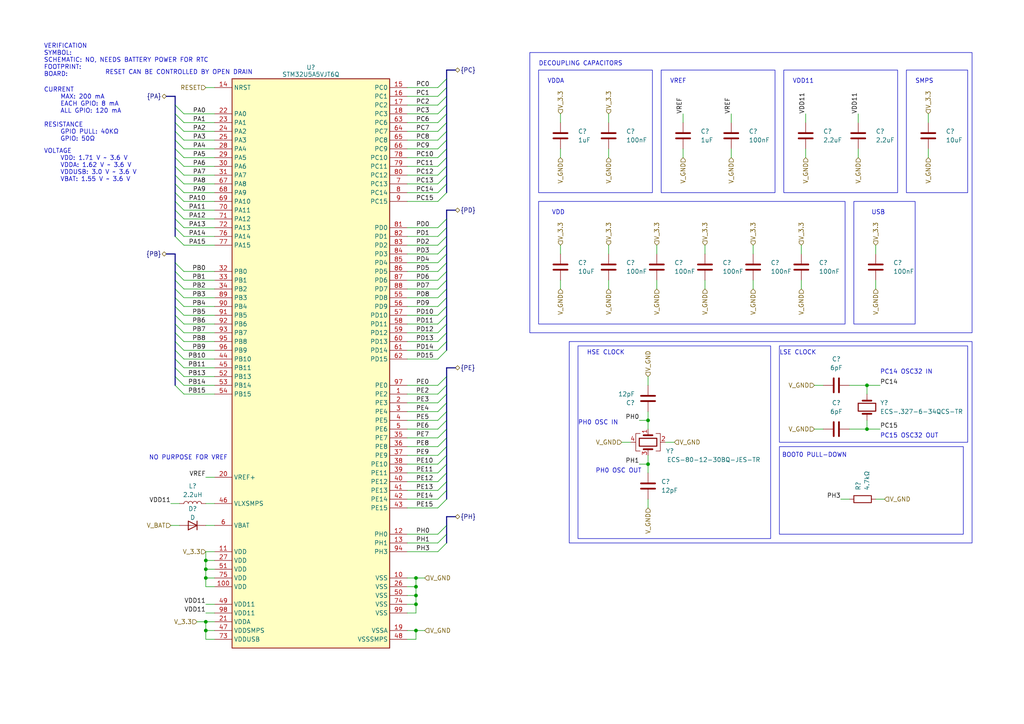
<source format=kicad_sch>
(kicad_sch (version 20231120) (generator "eeschema") (generator_version "8.0")
  (paper "A4")
  (lib_symbols
    (symbol "CUBESAT:STM32U5A5VJT6Q"
      (property "Reference" "U" (at 0 85.852 0))
      (property "Value" "STM32U5A5VJT6Q" (at 0 83.82 0))
      (symbol "STM32U5A5VJT6Q_0_1"
        (rectangle (start -22.86 82.55) (end 22.86 -82.55) (stroke (width 0.254)) (fill (type background)))
      )
      (symbol "STM32U5A5VJT6Q_1_1"
        (pin bidirectional line (at 27.94 -8.89 180) (length 5.08) (name "PE2") (number "1"))
        (pin power_in line (at 27.94 -62.23 180) (length 5.08) (name "VSS") (number "10"))
        (pin power_in line (at -27.94 -64.77 0) (length 5.08) (name "VDD") (number "100"))
        (pin power_in line (at -27.94 -54.61 0) (length 5.08) (name "VDD") (number "11"))
        (pin bidirectional line (at 27.94 -49.53 180) (length 5.08) (name "PH0") (number "12"))
        (pin bidirectional line (at 27.94 -52.07 180) (length 5.08) (name "PH1") (number "13"))
        (pin input line (at -27.94 80.01 0) (length 5.08) (name "NRST") (number "14"))
        (pin bidirectional line (at 27.94 80.01 180) (length 5.08) (name "PC0") (number "15"))
        (pin bidirectional line (at 27.94 77.47 180) (length 5.08) (name "PC1") (number "16"))
        (pin bidirectional line (at 27.94 74.93 180) (length 5.08) (name "PC2") (number "17"))
        (pin bidirectional line (at 27.94 72.39 180) (length 5.08) (name "PC3") (number "18"))
        (pin power_in line (at 27.94 -77.47 180) (length 5.08) (name "VSSA") (number "19"))
        (pin bidirectional line (at 27.94 -11.43 180) (length 5.08) (name "PE3") (number "2"))
        (pin input line (at -27.94 -33.02 0) (length 5.08) (name "VREF+") (number "20"))
        (pin power_in line (at -27.94 -74.93 0) (length 5.08) (name "VDDA") (number "21"))
        (pin bidirectional line (at -27.94 72.39 0) (length 5.08) (name "PA0") (number "22"))
        (pin bidirectional line (at -27.94 69.85 0) (length 5.08) (name "PA1") (number "23"))
        (pin bidirectional line (at -27.94 67.31 0) (length 5.08) (name "PA2") (number "24"))
        (pin bidirectional line (at -27.94 64.77 0) (length 5.08) (name "PA3") (number "25"))
        (pin power_in line (at 27.94 -64.77 180) (length 5.08) (name "VSS") (number "26"))
        (pin power_in line (at -27.94 -57.15 0) (length 5.08) (name "VDD") (number "27"))
        (pin bidirectional line (at -27.94 62.23 0) (length 5.08) (name "PA4") (number "28"))
        (pin bidirectional line (at -27.94 59.69 0) (length 5.08) (name "PA5") (number "29"))
        (pin bidirectional line (at 27.94 -13.97 180) (length 5.08) (name "PE4") (number "3"))
        (pin bidirectional line (at -27.94 57.15 0) (length 5.08) (name "PA6") (number "30"))
        (pin bidirectional line (at -27.94 54.61 0) (length 5.08) (name "PA7") (number "31"))
        (pin bidirectional line (at -27.94 26.67 0) (length 5.08) (name "PB0") (number "32"))
        (pin bidirectional line (at -27.94 24.13 0) (length 5.08) (name "PB1") (number "33"))
        (pin bidirectional line (at -27.94 21.59 0) (length 5.08) (name "PB2") (number "34"))
        (pin bidirectional line (at 27.94 -21.59 180) (length 5.08) (name "PE7") (number "35"))
        (pin bidirectional line (at 27.94 -24.13 180) (length 5.08) (name "PE8") (number "36"))
        (pin bidirectional line (at 27.94 -26.67 180) (length 5.08) (name "PE9") (number "37"))
        (pin bidirectional line (at 27.94 -29.21 180) (length 5.08) (name "PE10") (number "38"))
        (pin bidirectional line (at 27.94 -31.75 180) (length 5.08) (name "PE11") (number "39"))
        (pin bidirectional line (at 27.94 -16.51 180) (length 5.08) (name "PE5") (number "4"))
        (pin bidirectional line (at 27.94 -34.29 180) (length 5.08) (name "PE12") (number "40"))
        (pin bidirectional line (at 27.94 -36.83 180) (length 5.08) (name "PE13") (number "41"))
        (pin bidirectional line (at 27.94 -39.37 180) (length 5.08) (name "PE14") (number "42"))
        (pin bidirectional line (at 27.94 -41.91 180) (length 5.08) (name "PE15") (number "43"))
        (pin bidirectional line (at -27.94 1.27 0) (length 5.08) (name "PB10") (number "44"))
        (pin bidirectional line (at -27.94 -1.27 0) (length 5.08) (name "PB11") (number "45"))
        (pin power_in line (at -27.94 -40.64 0) (length 5.08) (name "VLXSMPS") (number "46"))
        (pin power_in line (at -27.94 -77.47 0) (length 5.08) (name "VDDSMPS") (number "47"))
        (pin power_in line (at 27.94 -80.01 180) (length 5.08) (name "VSSSMPS") (number "48"))
        (pin power_in line (at -27.94 -69.85 0) (length 5.08) (name "VDD11") (number "49"))
        (pin bidirectional line (at 27.94 -19.05 180) (length 5.08) (name "PE6") (number "5"))
        (pin power_in line (at 27.94 -67.31 180) (length 5.08) (name "VSS") (number "50"))
        (pin power_in line (at -27.94 -59.69 0) (length 5.08) (name "VDD") (number "51"))
        (pin bidirectional line (at -27.94 -3.81 0) (length 5.08) (name "PB13") (number "52"))
        (pin bidirectional line (at -27.94 -6.35 0) (length 5.08) (name "PB14") (number "53"))
        (pin bidirectional line (at -27.94 -8.89 0) (length 5.08) (name "PB15") (number "54"))
        (pin bidirectional line (at 27.94 19.05 180) (length 5.08) (name "PD8") (number "55"))
        (pin bidirectional line (at 27.94 16.51 180) (length 5.08) (name "PD9") (number "56"))
        (pin bidirectional line (at 27.94 13.97 180) (length 5.08) (name "PD10") (number "57"))
        (pin bidirectional line (at 27.94 11.43 180) (length 5.08) (name "PD11") (number "58"))
        (pin bidirectional line (at 27.94 8.89 180) (length 5.08) (name "PD12") (number "59"))
        (pin power_in line (at -27.94 -46.99 0) (length 5.08) (name "VBAT") (number "6"))
        (pin bidirectional line (at 27.94 6.35 180) (length 5.08) (name "PD13") (number "60"))
        (pin bidirectional line (at 27.94 3.81 180) (length 5.08) (name "PD14") (number "61"))
        (pin bidirectional line (at 27.94 1.27 180) (length 5.08) (name "PD15") (number "62"))
        (pin bidirectional line (at 27.94 69.85 180) (length 5.08) (name "PC6") (number "63"))
        (pin bidirectional line (at 27.94 67.31 180) (length 5.08) (name "PC7") (number "64"))
        (pin bidirectional line (at 27.94 64.77 180) (length 5.08) (name "PC8") (number "65"))
        (pin bidirectional line (at 27.94 62.23 180) (length 5.08) (name "PC9") (number "66"))
        (pin bidirectional line (at -27.94 52.07 0) (length 5.08) (name "PA8") (number "67"))
        (pin bidirectional line (at -27.94 49.53 0) (length 5.08) (name "PA9") (number "68"))
        (pin bidirectional line (at -27.94 46.99 0) (length 5.08) (name "PA10") (number "69"))
        (pin bidirectional line (at 27.94 52.07 180) (length 5.08) (name "PC13") (number "7"))
        (pin bidirectional line (at -27.94 44.45 0) (length 5.08) (name "PA11") (number "70"))
        (pin bidirectional line (at -27.94 41.91 0) (length 5.08) (name "PA12") (number "71"))
        (pin bidirectional line (at -27.94 39.37 0) (length 5.08) (name "PA13") (number "72"))
        (pin power_in line (at -27.94 -80.01 0) (length 5.08) (name "VDDUSB") (number "73"))
        (pin power_in line (at 27.94 -69.85 180) (length 5.08) (name "VSS") (number "74"))
        (pin power_in line (at -27.94 -62.23 0) (length 5.08) (name "VDD") (number "75"))
        (pin bidirectional line (at -27.94 36.83 0) (length 5.08) (name "PA14") (number "76"))
        (pin bidirectional line (at -27.94 34.29 0) (length 5.08) (name "PA15") (number "77"))
        (pin bidirectional line (at 27.94 59.69 180) (length 5.08) (name "PC10") (number "78"))
        (pin bidirectional line (at 27.94 57.15 180) (length 5.08) (name "PC11") (number "79"))
        (pin bidirectional line (at 27.94 49.53 180) (length 5.08) (name "PC14") (number "8"))
        (pin bidirectional line (at 27.94 54.61 180) (length 5.08) (name "PC12") (number "80"))
        (pin bidirectional line (at 27.94 39.37 180) (length 5.08) (name "PD0") (number "81"))
        (pin bidirectional line (at 27.94 36.83 180) (length 5.08) (name "PD1") (number "82"))
        (pin bidirectional line (at 27.94 34.29 180) (length 5.08) (name "PD2") (number "83"))
        (pin bidirectional line (at 27.94 31.75 180) (length 5.08) (name "PD3") (number "84"))
        (pin bidirectional line (at 27.94 29.21 180) (length 5.08) (name "PD4") (number "85"))
        (pin bidirectional line (at 27.94 26.67 180) (length 5.08) (name "PD5") (number "86"))
        (pin bidirectional line (at 27.94 24.13 180) (length 5.08) (name "PD6") (number "87"))
        (pin bidirectional line (at 27.94 21.59 180) (length 5.08) (name "PD7") (number "88"))
        (pin bidirectional line (at -27.94 19.05 0) (length 5.08) (name "PB3") (number "89"))
        (pin bidirectional line (at 27.94 46.99 180) (length 5.08) (name "PC15") (number "9"))
        (pin bidirectional line (at -27.94 16.51 0) (length 5.08) (name "PB4") (number "90"))
        (pin bidirectional line (at -27.94 13.97 0) (length 5.08) (name "PB5") (number "91"))
        (pin bidirectional line (at -27.94 11.43 0) (length 5.08) (name "PB6") (number "92"))
        (pin bidirectional line (at -27.94 8.89 0) (length 5.08) (name "PB7") (number "93"))
        (pin bidirectional line (at 27.94 -54.61 180) (length 5.08) (name "PH3") (number "94"))
        (pin bidirectional line (at -27.94 6.35 0) (length 5.08) (name "PB8") (number "95"))
        (pin bidirectional line (at -27.94 3.81 0) (length 5.08) (name "PB9") (number "96"))
        (pin bidirectional line (at 27.94 -6.35 180) (length 5.08) (name "PE0") (number "97"))
        (pin power_in line (at -27.94 -72.39 0) (length 5.08) (name "VDD11") (number "98"))
        (pin power_in line (at 27.94 -72.39 180) (length 5.08) (name "VSS") (number "99"))
      )
    )
    (symbol "Device:C" (pin_numbers hide) (pin_names (offset 0.254))
      (property "Reference" "C" (at 0.635 2.54 0))
      (property "Value" "C" (at 0.635 -2.54 0))
      (symbol "C_0_1"
        (polyline (pts (xy -2.032 -0.762) (xy 2.032 -0.762)) (stroke (width 0.508)))
        (polyline (pts (xy -2.032 0.762) (xy 2.032 0.762)) (stroke (width 0.508)))
      )
      (symbol "C_1_1"
        (pin passive line (at 0 3.81 270) (length 2.794) (name "~") (number "1"))
        (pin passive line (at 0 -3.81 90) (length 2.794) (name "~") (number "2"))
      )
    )
    (symbol "Device:Crystal" (pin_numbers hide) (pin_names (offset 1.016) hide)
      (property "Reference" "Y" (at 0 3.81 0))
      (property "Value" "Crystal" (at 0 -3.81 0))
      (symbol "Crystal_0_1"
        (rectangle (start -1.143 2.54) (end 1.143 -2.54) (stroke (width 0.3048)))
        (polyline (pts (xy -2.54 0) (xy -1.905 0)))
        (polyline (pts (xy -1.905 -1.27) (xy -1.905 1.27)) (stroke (width 0.508)))
        (polyline (pts (xy 1.905 -1.27) (xy 1.905 1.27)) (stroke (width 0.508)))
        (polyline (pts (xy 2.54 0) (xy 1.905 0)))
      )
      (symbol "Crystal_1_1"
        (pin passive line (at -3.81 0 0) (length 1.27) (name "1") (number "1"))
        (pin passive line (at 3.81 0 180) (length 1.27) (name "2") (number "2"))
      )
    )
    (symbol "Device:Crystal_GND24" (pin_names (offset 1.016) hide)
      (property "Reference" "Y" (at 3.175 5.08 0))
      (property "Value" "Crystal_GND24" (at 3.175 3.175 0))
      (symbol "Crystal_GND24_0_1"
        (rectangle (start -1.143 2.54) (end 1.143 -2.54) (stroke (width 0.3048)))
        (polyline (pts (xy -2.54 0) (xy -2.032 0)))
        (polyline (pts (xy -2.032 -1.27) (xy -2.032 1.27)) (stroke (width 0.508)))
        (polyline (pts (xy 0 -3.81) (xy 0 -3.556)))
        (polyline (pts (xy 0 3.556) (xy 0 3.81)))
        (polyline (pts (xy 2.032 -1.27) (xy 2.032 1.27)) (stroke (width 0.508)))
        (polyline (pts (xy 2.032 0) (xy 2.54 0)))
        (polyline (pts (xy -2.54 -2.286) (xy -2.54 -3.556) (xy 2.54 -3.556) (xy 2.54 -2.286)))
        (polyline (pts (xy -2.54 2.286) (xy -2.54 3.556) (xy 2.54 3.556) (xy 2.54 2.286)))
      )
      (symbol "Crystal_GND24_1_1"
        (pin passive line (at -3.81 0 0) (length 1.27) (name "1") (number "1"))
        (pin passive line (at 0 5.08 270) (length 1.27) (name "2") (number "2"))
        (pin passive line (at 3.81 0 180) (length 1.27) (name "3") (number "3"))
        (pin passive line (at 0 -5.08 90) (length 1.27) (name "4") (number "4"))
      )
    )
    (symbol "Device:D" (pin_numbers hide) (pin_names (offset 1.016) hide)
      (property "Reference" "D" (at 0 2.54 0))
      (property "Value" "D" (at 0 -2.54 0))
      (symbol "D_0_1"
        (polyline (pts (xy -1.27 1.27) (xy -1.27 -1.27)) (stroke (width 0.254)))
        (polyline (pts (xy 1.27 0) (xy -1.27 0)))
        (polyline (pts (xy 1.27 1.27) (xy 1.27 -1.27) (xy -1.27 0) (xy 1.27 1.27)) (stroke (width 0.254)))
      )
      (symbol "D_1_1"
        (pin passive line (at -3.81 0 0) (length 2.54) (name "K") (number "1"))
        (pin passive line (at 3.81 0 180) (length 2.54) (name "A") (number "2"))
      )
    )
    (symbol "Device:L" (pin_numbers hide) (pin_names (offset 1.016) hide)
      (property "Reference" "L" (at -1.27 0 90))
      (property "Value" "L" (at 1.905 0 90))
      (symbol "L_0_1"
        (arc (start 0 -2.54) (mid 0.6323 -1.905) (end 0 -1.27))
        (arc (start 0 -1.27) (mid 0.6323 -0.635) (end 0 0))
        (arc (start 0 0) (mid 0.6323 0.635) (end 0 1.27))
        (arc (start 0 1.27) (mid 0.6323 1.905) (end 0 2.54))
      )
      (symbol "L_1_1"
        (pin passive line (at 0 3.81 270) (length 1.27) (name "1") (number "1"))
        (pin passive line (at 0 -3.81 90) (length 1.27) (name "2") (number "2"))
      )
    )
    (symbol "Device:R" (pin_numbers hide) (pin_names (offset 0))
      (property "Reference" "R" (at 2.032 0 90))
      (property "Value" "R" (at 0 0 90))
      (symbol "R_0_1"
        (rectangle (start -1.016 -2.54) (end 1.016 2.54) (stroke (width 0.254)))
      )
      (symbol "R_1_1"
        (pin passive line (at 0 3.81 270) (length 1.27) (name "~") (number "1"))
        (pin passive line (at 0 -3.81 90) (length 1.27) (name "~") (number "2"))
      )
    )
  )
  (bus_alias "PA" (members "0" "1" "2" "3" "PA4" "PA5" "PA6" "PA7" "PA8" "PA9" "PA10" "PA11" "PA12" "PA13" "PA14" "PA15"))
  (bus_alias "PB" (members "PB0" "PB1" "PB2" "PB3" "PB4" "PB5" "PB6" "PB7" "PB8" "PB9" "PB10" "PB11" "PB13" "PB14" "PB15"))
  (bus_alias "PC" (members "PC0" "PC1" "PC2" "PC3" "PC6" "PC7" "PC8" "PC9" "PC10" "PC11" "PC12" "PC13" "PC14" "PC15"))
  (bus_alias "PD" (members "PD0" "PD1" "PD2" "PD3" "PD4" "PD5" "PD6" "PD7" "PD8" "PD9" "PD10" "PD11" "PD12" "PD13" "PD14" "PD15"))
  (bus_alias "PE" (members "PE0" "PE2" "PE3" "PE4" "PE5" "PE6" "PE7" "PE8" "PE9" "PE10" "PE11" "PE12" "PE13" "PE14" "PE15"))
  (bus_alias "PH" (members "PH0" "PH1" "PH3"))
  (junction (at 187.96 134.62))
  (junction (at 251.46 124.46))
  (junction (at 120.65 175.26))
  (junction (at 120.65 167.64))
  (junction (at 251.46 111.76))
  (junction (at 59.69 165.1))
  (junction (at 120.65 170.18))
  (junction (at 120.65 172.72))
  (junction (at 187.96 121.92))
  (junction (at 120.65 182.88))
  (junction (at 59.69 167.64))
  (junction (at 59.69 162.56))
  (junction (at 59.69 180.34))
  (junction (at 59.69 182.88))
  (bus_entry (at 53.34 66.04) (size -2.54 -2.54))
  (bus_entry (at 50.8 111.76) (size 2.54 2.54))
  (bus_entry (at 129.54 88.9) (size -2.54 2.54))
  (bus_entry (at 129.54 93.98) (size -2.54 2.54))
  (bus_entry (at 127 154.94) (size 2.54 -2.54))
  (bus_entry (at 50.8 104.14) (size 2.54 2.54))
  (bus_entry (at 50.8 99.06) (size 2.54 2.54))
  (bus_entry (at 127 45.72) (size 2.54 -2.54))
  (bus_entry (at 129.54 114.3) (size -2.54 2.54))
  (bus_entry (at 129.54 101.6) (size -2.54 2.54))
  (bus_entry (at 129.54 144.78) (size -2.54 2.54))
  (bus_entry (at 129.54 139.7) (size -2.54 2.54))
  (bus_entry (at 127 35.56) (size 2.54 -2.54))
  (bus_entry (at 129.54 121.92) (size -2.54 2.54))
  (bus_entry (at 127 43.18) (size 2.54 -2.54))
  (bus_entry (at 50.8 78.74) (size 2.54 2.54))
  (bus_entry (at 53.34 68.58) (size -2.54 -2.54))
  (bus_entry (at 53.34 38.1) (size -2.54 -2.54))
  (bus_entry (at 53.34 58.42) (size -2.54 -2.54))
  (bus_entry (at 129.54 73.66) (size -2.54 2.54))
  (bus_entry (at 129.54 119.38) (size -2.54 2.54))
  (bus_entry (at 129.54 68.58) (size -2.54 2.54))
  (bus_entry (at 127 25.4) (size 2.54 -2.54))
  (bus_entry (at 53.34 45.72) (size -2.54 -2.54))
  (bus_entry (at 129.54 134.62) (size -2.54 2.54))
  (bus_entry (at 129.54 132.08) (size -2.54 2.54))
  (bus_entry (at 127 55.88) (size 2.54 -2.54))
  (bus_entry (at 127 33.02) (size 2.54 -2.54))
  (bus_entry (at 129.54 71.12) (size -2.54 2.54))
  (bus_entry (at 127 27.94) (size 2.54 -2.54))
  (bus_entry (at 127 38.1) (size 2.54 -2.54))
  (bus_entry (at 50.8 96.52) (size 2.54 2.54))
  (bus_entry (at 129.54 124.46) (size -2.54 2.54))
  (bus_entry (at 127 50.8) (size 2.54 -2.54))
  (bus_entry (at 53.34 63.5) (size -2.54 -2.54))
  (bus_entry (at 127 160.02) (size 2.54 -2.54))
  (bus_entry (at 50.8 106.68) (size 2.54 2.54))
  (bus_entry (at 129.54 137.16) (size -2.54 2.54))
  (bus_entry (at 53.34 40.64) (size -2.54 -2.54))
  (bus_entry (at 127 30.48) (size 2.54 -2.54))
  (bus_entry (at 53.34 43.18) (size -2.54 -2.54))
  (bus_entry (at 129.54 96.52) (size -2.54 2.54))
  (bus_entry (at 53.34 71.12) (size -2.54 -2.54))
  (bus_entry (at 50.8 83.82) (size 2.54 2.54))
  (bus_entry (at 53.34 60.96) (size -2.54 -2.54))
  (bus_entry (at 129.54 66.04) (size -2.54 2.54))
  (bus_entry (at 129.54 109.22) (size -2.54 2.54))
  (bus_entry (at 53.34 50.8) (size -2.54 -2.54))
  (bus_entry (at 53.34 35.56) (size -2.54 -2.54))
  (bus_entry (at 53.34 48.26) (size -2.54 -2.54))
  (bus_entry (at 50.8 91.44) (size 2.54 2.54))
  (bus_entry (at 129.54 83.82) (size -2.54 2.54))
  (bus_entry (at 129.54 78.74) (size -2.54 2.54))
  (bus_entry (at 53.34 33.02) (size -2.54 -2.54))
  (bus_entry (at 127 58.42) (size 2.54 -2.54))
  (bus_entry (at 50.8 93.98) (size 2.54 2.54))
  (bus_entry (at 129.54 91.44) (size -2.54 2.54))
  (bus_entry (at 50.8 109.22) (size 2.54 2.54))
  (bus_entry (at 50.8 76.2) (size 2.54 2.54))
  (bus_entry (at 129.54 116.84) (size -2.54 2.54))
  (bus_entry (at 129.54 127) (size -2.54 2.54))
  (bus_entry (at 129.54 111.76) (size -2.54 2.54))
  (bus_entry (at 127 48.26) (size 2.54 -2.54))
  (bus_entry (at 53.34 53.34) (size -2.54 -2.54))
  (bus_entry (at 53.34 55.88) (size -2.54 -2.54))
  (bus_entry (at 129.54 76.2) (size -2.54 2.54))
  (bus_entry (at 50.8 81.28) (size 2.54 2.54))
  (bus_entry (at 50.8 88.9) (size 2.54 2.54))
  (bus_entry (at 127 40.64) (size 2.54 -2.54))
  (bus_entry (at 129.54 99.06) (size -2.54 2.54))
  (bus_entry (at 129.54 86.36) (size -2.54 2.54))
  (bus_entry (at 50.8 101.6) (size 2.54 2.54))
  (bus_entry (at 129.54 81.28) (size -2.54 2.54))
  (bus_entry (at 129.54 142.24) (size -2.54 2.54))
  (bus_entry (at 50.8 86.36) (size 2.54 2.54))
  (bus_entry (at 127 157.48) (size 2.54 -2.54))
  (bus_entry (at 129.54 129.54) (size -2.54 2.54))
  (bus_entry (at 129.54 63.5) (size -2.54 2.54))
  (bus_entry (at 127 53.34) (size 2.54 -2.54))
  (wire (pts (xy 59.69 185.42) (xy 62.23 185.42)))
  (wire (pts (xy 118.11 114.3) (xy 127 114.3)))
  (wire (pts (xy 254 71.12) (xy 254 73.66)))
  (wire (pts (xy 238.76 111.76) (xy 236.22 111.76)))
  (bus (pts (xy 129.54 53.34) (xy 129.54 55.88)))
  (bus (pts (xy 129.54 33.02) (xy 129.54 35.56)))
  (wire (pts (xy 176.53 73.66) (xy 176.53 71.12)))
  (bus (pts (xy 129.54 154.94) (xy 129.54 152.4)))
  (wire (pts (xy 162.56 35.56) (xy 162.56 33.02)))
  (bus (pts (xy 129.54 71.12) (xy 129.54 73.66)))
  (bus (pts (xy 129.54 83.82) (xy 129.54 86.36)))
  (wire (pts (xy 246.38 111.76) (xy 251.46 111.76)))
  (bus (pts (xy 129.54 25.4) (xy 129.54 27.94)))
  (bus (pts (xy 129.54 63.5) (xy 129.54 66.04)))
  (wire (pts (xy 53.34 106.68) (xy 62.23 106.68)))
  (bus (pts (xy 129.54 139.7) (xy 129.54 142.24)))
  (wire (pts (xy 53.34 86.36) (xy 62.23 86.36)))
  (wire (pts (xy 53.34 78.74) (xy 62.23 78.74)))
  (wire (pts (xy 176.53 83.82) (xy 176.53 81.28)))
  (wire (pts (xy 59.69 180.34) (xy 59.69 182.88)))
  (bus (pts (xy 50.8 50.8) (xy 50.8 53.34)))
  (bus (pts (xy 50.8 33.02) (xy 50.8 35.56)))
  (bus (pts (xy 50.8 96.52) (xy 50.8 99.06)))
  (wire (pts (xy 127 53.34) (xy 118.11 53.34)))
  (wire (pts (xy 120.65 182.88) (xy 123.19 182.88)))
  (wire (pts (xy 187.96 144.78) (xy 187.96 147.32)))
  (wire (pts (xy 62.23 170.18) (xy 59.69 170.18)))
  (wire (pts (xy 185.42 121.92) (xy 187.96 121.92)))
  (wire (pts (xy 118.11 121.92) (xy 127 121.92)))
  (wire (pts (xy 53.34 101.6) (xy 62.23 101.6)))
  (wire (pts (xy 248.92 45.72) (xy 248.92 43.18)))
  (wire (pts (xy 185.42 134.62) (xy 187.96 134.62)))
  (wire (pts (xy 190.5 73.66) (xy 190.5 71.12)))
  (wire (pts (xy 53.34 114.3) (xy 62.23 114.3)))
  (bus (pts (xy 129.54 96.52) (xy 129.54 99.06)))
  (wire (pts (xy 53.34 63.5) (xy 62.23 63.5)))
  (wire (pts (xy 118.11 68.58) (xy 127 68.58)))
  (wire (pts (xy 251.46 114.3) (xy 251.46 111.76)))
  (wire (pts (xy 118.11 71.12) (xy 127 71.12)))
  (wire (pts (xy 118.11 129.54) (xy 127 129.54)))
  (wire (pts (xy 118.11 76.2) (xy 127 76.2)))
  (wire (pts (xy 127 33.02) (xy 118.11 33.02)))
  (wire (pts (xy 182.88 128.27) (xy 180.34 128.27)))
  (wire (pts (xy 59.69 165.1) (xy 59.69 167.64)))
  (bus (pts (xy 132.08 20.32) (xy 129.54 20.32)))
  (bus (pts (xy 50.8 91.44) (xy 50.8 93.98)))
  (wire (pts (xy 251.46 124.46) (xy 255.27 124.46)))
  (wire (pts (xy 187.96 121.92) (xy 187.96 124.46)))
  (wire (pts (xy 118.11 124.46) (xy 127 124.46)))
  (bus (pts (xy 129.54 91.44) (xy 129.54 93.98)))
  (wire (pts (xy 118.11 93.98) (xy 127 93.98)))
  (wire (pts (xy 53.34 104.14) (xy 62.23 104.14)))
  (wire (pts (xy 62.23 167.64) (xy 59.69 167.64)))
  (wire (pts (xy 212.09 45.72) (xy 212.09 43.18)))
  (wire (pts (xy 62.23 182.88) (xy 59.69 182.88)))
  (wire (pts (xy 118.11 147.32) (xy 127 147.32)))
  (wire (pts (xy 233.68 35.56) (xy 233.68 33.02)))
  (wire (pts (xy 127 55.88) (xy 118.11 55.88)))
  (wire (pts (xy 59.69 177.8) (xy 62.23 177.8)))
  (wire (pts (xy 127 58.42) (xy 118.11 58.42)))
  (wire (pts (xy 53.34 68.58) (xy 62.23 68.58)))
  (bus (pts (xy 129.54 66.04) (xy 129.54 68.58)))
  (wire (pts (xy 162.56 73.66) (xy 162.56 71.12)))
  (wire (pts (xy 256.54 144.78) (xy 254 144.78)))
  (wire (pts (xy 53.34 48.26) (xy 62.23 48.26)))
  (bus (pts (xy 50.8 109.22) (xy 50.8 111.76)))
  (wire (pts (xy 118.11 88.9) (xy 127 88.9)))
  (wire (pts (xy 53.34 81.28) (xy 62.23 81.28)))
  (wire (pts (xy 254 81.28) (xy 254 83.82)))
  (bus (pts (xy 129.54 88.9) (xy 129.54 91.44)))
  (wire (pts (xy 120.65 170.18) (xy 118.11 170.18)))
  (wire (pts (xy 53.34 83.82) (xy 62.23 83.82)))
  (bus (pts (xy 129.54 60.96) (xy 129.54 63.5)))
  (bus (pts (xy 50.8 76.2) (xy 50.8 78.74)))
  (wire (pts (xy 118.11 182.88) (xy 120.65 182.88)))
  (wire (pts (xy 120.65 177.8) (xy 120.65 175.26)))
  (wire (pts (xy 53.34 40.64) (xy 62.23 40.64)))
  (bus (pts (xy 129.54 152.4) (xy 129.54 149.86)))
  (wire (pts (xy 176.53 35.56) (xy 176.53 33.02)))
  (bus (pts (xy 129.54 60.96) (xy 132.08 60.96)))
  (wire (pts (xy 118.11 99.06) (xy 127 99.06)))
  (bus (pts (xy 129.54 99.06) (xy 129.54 101.6)))
  (bus (pts (xy 129.54 40.64) (xy 129.54 43.18)))
  (bus (pts (xy 50.8 73.66) (xy 50.8 76.2)))
  (wire (pts (xy 118.11 177.8) (xy 120.65 177.8)))
  (bus (pts (xy 129.54 116.84) (xy 129.54 119.38)))
  (wire (pts (xy 127 25.4) (xy 118.11 25.4)))
  (bus (pts (xy 50.8 30.48) (xy 50.8 27.94)))
  (bus (pts (xy 129.54 38.1) (xy 129.54 40.64)))
  (wire (pts (xy 53.34 45.72) (xy 62.23 45.72)))
  (bus (pts (xy 50.8 53.34) (xy 50.8 55.88)))
  (wire (pts (xy 59.69 162.56) (xy 59.69 165.1)))
  (wire (pts (xy 53.34 96.52) (xy 62.23 96.52)))
  (wire (pts (xy 176.53 45.72) (xy 176.53 43.18)))
  (wire (pts (xy 118.11 66.04) (xy 127 66.04)))
  (wire (pts (xy 198.12 35.56) (xy 198.12 33.02)))
  (bus (pts (xy 129.54 129.54) (xy 129.54 132.08)))
  (bus (pts (xy 129.54 142.24) (xy 129.54 144.78)))
  (wire (pts (xy 238.76 124.46) (xy 236.22 124.46)))
  (bus (pts (xy 50.8 63.5) (xy 50.8 66.04)))
  (bus (pts (xy 50.8 35.56) (xy 50.8 38.1)))
  (wire (pts (xy 118.11 81.28) (xy 127 81.28)))
  (wire (pts (xy 53.34 60.96) (xy 62.23 60.96)))
  (bus (pts (xy 50.8 104.14) (xy 50.8 106.68)))
  (bus (pts (xy 129.54 81.28) (xy 129.54 83.82)))
  (bus (pts (xy 50.8 78.74) (xy 50.8 81.28)))
  (wire (pts (xy 120.65 185.42) (xy 118.11 185.42)))
  (wire (pts (xy 251.46 111.76) (xy 255.27 111.76)))
  (bus (pts (xy 129.54 73.66) (xy 129.54 76.2)))
  (bus (pts (xy 129.54 50.8) (xy 129.54 53.34)))
  (bus (pts (xy 129.54 106.68) (xy 129.54 109.22)))
  (bus (pts (xy 129.54 134.62) (xy 129.54 137.16)))
  (wire (pts (xy 118.11 96.52) (xy 127 96.52)))
  (wire (pts (xy 127 38.1) (xy 118.11 38.1)))
  (wire (pts (xy 187.96 132.08) (xy 187.96 134.62)))
  (wire (pts (xy 53.34 55.88) (xy 62.23 55.88)))
  (wire (pts (xy 53.34 91.44) (xy 62.23 91.44)))
  (bus (pts (xy 129.54 124.46) (xy 129.54 127)))
  (bus (pts (xy 129.54 22.86) (xy 129.54 25.4)))
  (wire (pts (xy 190.5 83.82) (xy 190.5 81.28)))
  (wire (pts (xy 204.47 73.66) (xy 204.47 71.12)))
  (wire (pts (xy 127 45.72) (xy 118.11 45.72)))
  (wire (pts (xy 118.11 132.08) (xy 127 132.08)))
  (wire (pts (xy 127 27.94) (xy 118.11 27.94)))
  (bus (pts (xy 50.8 58.42) (xy 50.8 60.96)))
  (wire (pts (xy 162.56 83.82) (xy 162.56 81.28)))
  (wire (pts (xy 53.34 53.34) (xy 62.23 53.34)))
  (wire (pts (xy 193.04 128.27) (xy 195.58 128.27)))
  (bus (pts (xy 48.26 27.94) (xy 50.8 27.94)))
  (wire (pts (xy 62.23 162.56) (xy 59.69 162.56)))
  (wire (pts (xy 120.65 172.72) (xy 120.65 175.26)))
  (wire (pts (xy 118.11 73.66) (xy 127 73.66)))
  (bus (pts (xy 50.8 38.1) (xy 50.8 40.64)))
  (bus (pts (xy 50.8 30.48) (xy 50.8 33.02)))
  (wire (pts (xy 243.84 144.78) (xy 246.38 144.78)))
  (wire (pts (xy 120.65 182.88) (xy 120.65 185.42)))
  (wire (pts (xy 53.34 38.1) (xy 62.23 38.1)))
  (wire (pts (xy 118.11 86.36) (xy 127 86.36)))
  (wire (pts (xy 53.34 35.56) (xy 62.23 35.56)))
  (wire (pts (xy 53.34 71.12) (xy 62.23 71.12)))
  (wire (pts (xy 62.23 180.34) (xy 59.69 180.34)))
  (bus (pts (xy 129.54 45.72) (xy 129.54 48.26)))
  (wire (pts (xy 59.69 146.05) (xy 62.23 146.05)))
  (wire (pts (xy 120.65 172.72) (xy 120.65 170.18)))
  (wire (pts (xy 118.11 144.78) (xy 127 144.78)))
  (wire (pts (xy 59.69 182.88) (xy 59.69 185.42)))
  (bus (pts (xy 129.54 137.16) (xy 129.54 139.7)))
  (bus (pts (xy 50.8 88.9) (xy 50.8 91.44)))
  (wire (pts (xy 204.47 83.82) (xy 204.47 81.28)))
  (bus (pts (xy 129.54 132.08) (xy 129.54 134.62)))
  (wire (pts (xy 123.19 167.64) (xy 120.65 167.64)))
  (wire (pts (xy 127 48.26) (xy 118.11 48.26)))
  (bus (pts (xy 129.54 106.68) (xy 132.08 106.68)))
  (bus (pts (xy 129.54 119.38) (xy 129.54 121.92)))
  (wire (pts (xy 62.23 165.1) (xy 59.69 165.1)))
  (bus (pts (xy 129.54 76.2) (xy 129.54 78.74)))
  (wire (pts (xy 53.34 58.42) (xy 62.23 58.42)))
  (wire (pts (xy 59.69 152.4) (xy 62.23 152.4)))
  (wire (pts (xy 53.34 66.04) (xy 62.23 66.04)))
  (bus (pts (xy 129.54 109.22) (xy 129.54 111.76)))
  (wire (pts (xy 269.24 45.72) (xy 269.24 43.18)))
  (wire (pts (xy 198.12 45.72) (xy 198.12 43.18)))
  (wire (pts (xy 59.69 160.02) (xy 62.23 160.02)))
  (bus (pts (xy 50.8 83.82) (xy 50.8 86.36)))
  (wire (pts (xy 49.53 152.4) (xy 52.07 152.4)))
  (wire (pts (xy 118.11 167.64) (xy 120.65 167.64)))
  (bus (pts (xy 50.8 86.36) (xy 50.8 88.9)))
  (wire (pts (xy 59.69 25.4) (xy 62.23 25.4)))
  (wire (pts (xy 187.96 111.76) (xy 187.96 109.22)))
  (bus (pts (xy 129.54 30.48) (xy 129.54 33.02)))
  (wire (pts (xy 218.44 73.66) (xy 218.44 71.12)))
  (wire (pts (xy 118.11 83.82) (xy 127 83.82)))
  (bus (pts (xy 50.8 60.96) (xy 50.8 63.5)))
  (wire (pts (xy 127 50.8) (xy 118.11 50.8)))
  (wire (pts (xy 118.11 104.14) (xy 127 104.14)))
  (wire (pts (xy 127 30.48) (xy 118.11 30.48)))
  (wire (pts (xy 118.11 91.44) (xy 127 91.44)))
  (wire (pts (xy 127 35.56) (xy 118.11 35.56)))
  (bus (pts (xy 129.54 22.86) (xy 129.54 20.32)))
  (bus (pts (xy 129.54 27.94) (xy 129.54 30.48)))
  (wire (pts (xy 118.11 175.26) (xy 120.65 175.26)))
  (bus (pts (xy 50.8 40.64) (xy 50.8 43.18)))
  (wire (pts (xy 269.24 35.56) (xy 269.24 33.02)))
  (bus (pts (xy 129.54 114.3) (xy 129.54 116.84)))
  (wire (pts (xy 233.68 45.72) (xy 233.68 43.18)))
  (wire (pts (xy 59.69 170.18) (xy 59.69 167.64)))
  (wire (pts (xy 232.41 83.82) (xy 232.41 81.28)))
  (wire (pts (xy 118.11 111.76) (xy 127 111.76)))
  (bus (pts (xy 129.54 35.56) (xy 129.54 38.1)))
  (wire (pts (xy 218.44 83.82) (xy 218.44 81.28)))
  (bus (pts (xy 129.54 43.18) (xy 129.54 45.72)))
  (wire (pts (xy 59.69 180.34) (xy 57.15 180.34)))
  (wire (pts (xy 53.34 93.98) (xy 62.23 93.98)))
  (wire (pts (xy 118.11 172.72) (xy 120.65 172.72)))
  (wire (pts (xy 53.34 33.02) (xy 62.23 33.02)))
  (bus (pts (xy 50.8 55.88) (xy 50.8 58.42)))
  (wire (pts (xy 118.11 134.62) (xy 127 134.62)))
  (bus (pts (xy 129.54 86.36) (xy 129.54 88.9)))
  (wire (pts (xy 127 43.18) (xy 118.11 43.18)))
  (wire (pts (xy 118.11 139.7) (xy 127 139.7)))
  (bus (pts (xy 48.26 73.66) (xy 50.8 73.66)))
  (bus (pts (xy 50.8 99.06) (xy 50.8 101.6)))
  (bus (pts (xy 129.54 157.48) (xy 129.54 154.94)))
  (wire (pts (xy 248.92 35.56) (xy 248.92 33.02)))
  (bus (pts (xy 129.54 149.86) (xy 132.08 149.86)))
  (wire (pts (xy 118.11 157.48) (xy 127 157.48)))
  (wire (pts (xy 120.65 167.64) (xy 120.65 170.18)))
  (wire (pts (xy 118.11 119.38) (xy 127 119.38)))
  (bus (pts (xy 129.54 78.74) (xy 129.54 81.28)))
  (wire (pts (xy 251.46 124.46) (xy 251.46 121.92)))
  (wire (pts (xy 59.69 175.26) (xy 62.23 175.26)))
  (bus (pts (xy 50.8 106.68) (xy 50.8 109.22)))
  (bus (pts (xy 50.8 48.26) (xy 50.8 50.8)))
  (wire (pts (xy 127 40.64) (xy 118.11 40.64)))
  (bus (pts (xy 50.8 45.72) (xy 50.8 48.26)))
  (wire (pts (xy 53.34 88.9) (xy 62.23 88.9)))
  (wire (pts (xy 49.53 146.05) (xy 52.07 146.05)))
  (bus (pts (xy 50.8 66.04) (xy 50.8 68.58)))
  (bus (pts (xy 129.54 121.92) (xy 129.54 124.46)))
  (wire (pts (xy 187.96 134.62) (xy 187.96 137.16)))
  (bus (pts (xy 129.54 48.26) (xy 129.54 50.8)))
  (wire (pts (xy 232.41 73.66) (xy 232.41 71.12)))
  (wire (pts (xy 118.11 78.74) (xy 127 78.74)))
  (bus (pts (xy 129.54 93.98) (xy 129.54 96.52)))
  (bus (pts (xy 50.8 81.28) (xy 50.8 83.82)))
  (bus (pts (xy 50.8 101.6) (xy 50.8 104.14)))
  (wire (pts (xy 53.34 99.06) (xy 62.23 99.06)))
  (wire (pts (xy 118.11 142.24) (xy 127 142.24)))
  (wire (pts (xy 53.34 109.22) (xy 62.23 109.22)))
  (wire (pts (xy 246.38 124.46) (xy 251.46 124.46)))
  (wire (pts (xy 118.11 154.94) (xy 127 154.94)))
  (wire (pts (xy 59.69 138.43) (xy 62.23 138.43)))
  (wire (pts (xy 118.11 101.6) (xy 127 101.6)))
  (wire (pts (xy 59.69 160.02) (xy 59.69 162.56)))
  (wire (pts (xy 212.09 35.56) (xy 212.09 33.02)))
  (wire (pts (xy 53.34 111.76) (xy 62.23 111.76)))
  (wire (pts (xy 118.11 160.02) (xy 127 160.02)))
  (wire (pts (xy 187.96 121.92) (xy 187.96 119.38)))
  (bus (pts (xy 50.8 43.18) (xy 50.8 45.72)))
  (wire (pts (xy 162.56 45.72) (xy 162.56 43.18)))
  (bus (pts (xy 129.54 68.58) (xy 129.54 71.12)))
  (wire (pts (xy 53.34 43.18) (xy 62.23 43.18)))
  (bus (pts (xy 50.8 93.98) (xy 50.8 96.52)))
  (wire (pts (xy 53.34 50.8) (xy 62.23 50.8)))
  (bus (pts (xy 129.54 127) (xy 129.54 129.54)))
  (wire (pts (xy 118.11 127) (xy 127 127)))
  (wire (pts (xy 118.11 116.84) (xy 127 116.84)))
  (wire (pts (xy 118.11 137.16) (xy 127 137.16)))
  (bus (pts (xy 129.54 111.76) (xy 129.54 114.3)))
  (rectangle (start 262.89 20.32) (end 280.67 55.88))
  (rectangle (start 191.77 20.32) (end 224.79 55.88))
  (rectangle (start 226.06 100.33) (end 280.67 128.27))
  (rectangle (start 156.21 20.32) (end 189.23 55.88))
  (rectangle (start 153.67 15.24) (end 281.94 96.52))
  (rectangle (start 226.06 129.54) (end 279.4 154.94))
  (rectangle (start 156.21 58.42) (end 245.11 93.98))
  (rectangle (start 167.64 100.33) (end 223.52 156.21))
  (rectangle (start 247.65 58.42) (end 265.43 93.98))
  (rectangle (start 227.33 20.32) (end 260.35 55.88))
  (rectangle (start 165.1 99.06) (end 281.94 157.48))
  (text "VDD11\n" (at 229.87 22.86 0) (effects (font (size 1.27 1.27)) (justify left top)))
  (text "CURRENT\n	MAX: 200 mA\n	EACH GPIO: 8 mA\n	ALL GPIO: 120 mA" (at 12.7 25.4 0) (effects (font (size 1.27 1.27)) (justify left top)))
  (text "PH0 OSC IN\n" (at 167.64 121.92 0) (effects (font (size 1.27 1.27)) (justify left top)))
  (text "HSE CLOCK" (at 170.18 101.6 0) (effects (font (size 1.27 1.27)) (justify left top)))
  (text "SMPS" (at 265.43 22.86 0) (effects (font (size 1.27 1.27)) (justify left top)))
  (text "LSE CLOCK" (at 226.06 101.6 0) (effects (font (size 1.27 1.27)) (justify left top)))
  (text "RESISTANCE\n	GPIO PULL: 40KΩ\n	GPIO: 50Ω" (at 12.7 35.56 0) (effects (font (size 1.27 1.27)) (justify left top)))
  (text "DECOUPLING CAPACITORS\n" (at 156.21 17.78 0) (effects (font (size 1.27 1.27)) (justify left top)))
  (text "PC15 OSC32 OUT" (at 255.27 125.73 0) (effects (font (size 1.27 1.27)) (justify left top)))
  (text "USB" (at 252.73 60.96 0) (effects (font (size 1.27 1.27)) (justify left top)))
  (text "VDD" (at 160.02 60.96 0) (effects (font (size 1.27 1.27)) (justify left top)))
  (text "VOLTAGE\n	VDD: 1.71 V ~ 3.6 V\n	VDDA: 1.62 V ~ 3.6 V\n	VDDUSB: 3.0 V ~ 3.6 V\n	VBAT: 1.55 V ~ 3.6 V" (at 12.7 43.18 0) (effects (font (size 1.27 1.27)) (justify left top)))
  (text "VDDA" (at 158.75 22.86 0) (effects (font (size 1.27 1.27)) (justify left top)))
  (text "PH0 OSC OUT\n" (at 172.72 135.89 0) (effects (font (size 1.27 1.27)) (justify left top)))
  (text "VREF" (at 194.31 22.86 0) (effects (font (size 1.27 1.27)) (justify left top)))
  (text "BOOT0 PULL-DOWN" (at 236.22 132.08 0) (effects (font (size 1.27 1.27))))
  (text "RESET CAN BE CONTROLLED BY OPEN DRAIN\n" (at 30.48 20.32 0) (effects (font (size 1.27 1.27)) (justify left top)))
  (text "NO PURPOSE FOR VREF" (at 43.18 132.08 0) (effects (font (size 1.27 1.27)) (justify left top)))
  (text "VERIFICATION\nSYMBOL: \nSCHEMATIC: NO, NEEDS BATTERY POWER FOR RTC\nFOOTPRINT: \nBOARD:  " (at 12.7 12.7 0) (effects (font (size 1.27 1.27)) (justify left top)))
  (text "PC14 OSC32 IN\n" (at 262.89 107.95 0) (effects (font (size 1.27 1.27))))
  (label "PA2" (at 59.69 38.1 180))
  (label "PC14" (at 120.65 55.88 0))
  (label "PB7" (at 59.69 96.52 180))
  (label "VDD11" (at 248.92 33.02 90))
  (label "PB8" (at 59.69 99.06 180))
  (label "PE0" (at 120.65 111.76 0))
  (label "PA4" (at 59.69 43.18 180))
  (label "PA5" (at 59.69 45.72 180))
  (label "PC7" (at 120.65 38.1 0))
  (label "VDD11" (at 49.53 146.05 180))
  (label "PE9" (at 120.65 132.08 0))
  (label "PA9" (at 59.69 55.88 180))
  (label "PB9" (at 59.69 101.6 180))
  (label "PB6" (at 59.69 93.98 180))
  (label "PD8" (at 120.65 86.36 0))
  (label "PE10" (at 120.65 134.62 0))
  (label "PC2" (at 120.65 30.48 0))
  (label "PC14" (at 255.27 111.76 0))
  (label "PB13" (at 59.69 109.22 180))
  (label "PA1" (at 59.69 35.56 180))
  (label "PE15" (at 120.65 147.32 0))
  (label "PC1" (at 120.65 27.94 0))
  (label "PB14" (at 59.69 111.76 180))
  (label "PC12" (at 120.65 50.8 0))
  (label "PD15" (at 120.65 104.14 0))
  (label "PA8" (at 59.69 53.34 180))
  (label "PC8" (at 120.65 40.64 0))
  (label "PC15" (at 255.27 124.46 0))
  (label "VDD11" (at 233.68 33.02 90))
  (label "PC6" (at 120.65 35.56 0))
  (label "PA3" (at 59.69 40.64 180))
  (label "PC15" (at 120.65 58.42 0))
  (label "PA11" (at 59.69 60.96 180))
  (label "PH1" (at 120.65 157.48 0))
  (label "PC11" (at 120.65 48.26 0))
  (label "PH3" (at 243.84 144.78 180))
  (label "PB1" (at 59.69 81.28 180))
  (label "PA15" (at 59.69 71.12 180))
  (label "PB11" (at 59.69 106.68 180))
  (label "PA7" (at 59.69 50.8 180))
  (label "PA13" (at 59.69 66.04 180))
  (label "PD10" (at 120.65 91.44 0))
  (label "PD9" (at 120.65 88.9 0))
  (label "PD11" (at 120.65 93.98 0))
  (label "PE14" (at 120.65 144.78 0))
  (label "PD13" (at 120.65 99.06 0))
  (label "VREF" (at 212.09 33.02 90))
  (label "PB4" (at 59.69 88.9 180))
  (label "PD4" (at 120.65 76.2 0))
  (label "PD14" (at 120.65 101.6 0))
  (label "PC10" (at 120.65 45.72 0))
  (label "VREF" (at 59.69 138.43 180))
  (label "VDD11" (at 59.69 177.8 180))
  (label "PA12" (at 59.69 63.5 180))
  (label "PB0" (at 59.69 78.74 180))
  (label "PD3" (at 120.65 73.66 0))
  (label "PA0" (at 59.69 33.02 180))
  (label "PE8" (at 120.65 129.54 0))
  (label "PH0" (at 185.42 121.92 180))
  (label "PA10" (at 59.69 58.42 180))
  (label "PB10" (at 59.69 104.14 180))
  (label "PE3" (at 120.65 116.84 0))
  (label "PD2" (at 120.65 71.12 0))
  (label "PE2" (at 120.65 114.3 0))
  (label "PD0" (at 120.65 66.04 0))
  (label "PC9" (at 120.65 43.18 0))
  (label "PH1" (at 185.42 134.62 180))
  (label "PD6" (at 120.65 81.28 0))
  (label "PC13" (at 120.65 53.34 0))
  (label "PD5" (at 120.65 78.74 0))
  (label "PB2" (at 59.69 83.82 180))
  (label "PE6" (at 120.65 124.46 0))
  (label "PD1" (at 120.65 68.58 0))
  (label "PE4" (at 120.65 119.38 0))
  (label "PD12" (at 120.65 96.52 0))
  (label "PB3" (at 59.69 86.36 180))
  (label "PB5" (at 59.69 91.44 180))
  (label "PH3" (at 120.65 160.02 0))
  (label "VDD11" (at 59.69 175.26 180))
  (label "PC3" (at 120.65 33.02 0))
  (label "PA14" (at 59.69 68.58 180))
  (label "PE11" (at 120.65 137.16 0))
  (label "PE5" (at 120.65 121.92 0))
  (label "PA6" (at 59.69 48.26 180))
  (label "PC0" (at 120.65 25.4 0))
  (label "VREF" (at 198.12 33.02 90))
  (label "PE13" (at 120.65 142.24 0))
  (label "PE12" (at 120.65 139.7 0))
  (label "PD7" (at 120.65 83.82 0))
  (label "PE7" (at 120.65 127 0))
  (label "PB15" (at 59.69 114.3 180))
  (label "PH0" (at 120.65 154.94 0))
  (hierarchical_label "V_GND" (shape input) (at 180.34 128.27 180))
  (hierarchical_label "{PB}" (shape bidirectional) (at 48.26 73.66 180))
  (hierarchical_label "V_GND" (shape input) (at 187.96 147.32 270))
  (hierarchical_label "V_GND" (shape input) (at 176.53 45.72 270))
  (hierarchical_label "V_GND" (shape input) (at 204.47 83.82 270))
  (hierarchical_label "V_GND" (shape input) (at 123.19 167.64 0))
  (hierarchical_label "V_GND" (shape input) (at 232.41 83.82 270))
  (hierarchical_label "V_GND" (shape input) (at 162.56 45.72 270))
  (hierarchical_label "V_GND" (shape input) (at 236.22 111.76 180))
  (hierarchical_label "V_GND" (shape input) (at 233.68 45.72 270))
  (hierarchical_label "V_GND" (shape input) (at 190.5 83.82 270))
  (hierarchical_label "V_3.3" (shape input) (at 162.56 71.12 90))
  (hierarchical_label "V_GND" (shape input) (at 218.44 83.82 270))
  (hierarchical_label "V_3.3" (shape input) (at 254 71.12 90))
  (hierarchical_label "{PE}" (shape bidirectional) (at 132.08 106.68 0))
  (hierarchical_label "V_3.3" (shape input) (at 190.5 71.12 90))
  (hierarchical_label "V_3.3" (shape input) (at 176.53 71.12 90))
  (hierarchical_label "V_GND" (shape input) (at 248.92 45.72 270))
  (hierarchical_label "V_GND" (shape input) (at 195.58 128.27 0))
  (hierarchical_label "V_3.3" (shape input) (at 59.69 160.02 180))
  (hierarchical_label "V_GND" (shape input) (at 236.22 124.46 180))
  (hierarchical_label "V_GND" (shape input) (at 123.19 182.88 0))
  (hierarchical_label "V_GND" (shape input) (at 269.24 45.72 270))
  (hierarchical_label "V_3.3" (shape input) (at 269.24 33.02 90))
  (hierarchical_label "V_GND" (shape input) (at 176.53 83.82 270))
  (hierarchical_label "V_BAT" (shape input) (at 49.53 152.4 180))
  (hierarchical_label "V_3.3" (shape input) (at 162.56 33.02 90))
  (hierarchical_label "{PA}" (shape bidirectional) (at 48.26 27.94 180))
  (hierarchical_label "V_GND" (shape input) (at 212.09 45.72 270))
  (hierarchical_label "{PC}" (shape bidirectional) (at 132.08 20.32 0))
  (hierarchical_label "{PH}" (shape bidirectional) (at 132.08 149.86 0))
  (hierarchical_label "V_GND" (shape input) (at 256.54 144.78 0))
  (hierarchical_label "V_GND" (shape input) (at 162.56 83.82 270))
  (hierarchical_label "V_GND" (shape input) (at 254 83.82 270))
  (hierarchical_label "V_3.3" (shape input) (at 176.53 33.02 90))
  (hierarchical_label "V_3.3" (shape input) (at 218.44 71.12 90))
  (hierarchical_label "V_3.3" (shape input) (at 204.47 71.12 90))
  (hierarchical_label "{PD}" (shape bidirectional) (at 132.08 60.96 0))
  (hierarchical_label "V_3.3" (shape input) (at 57.15 180.34 180))
  (hierarchical_label "V_GND" (shape input) (at 187.96 109.22 90))
  (hierarchical_label "RESET" (shape input) (at 59.69 25.4 180))
  (hierarchical_label "V_3.3" (shape input) (at 232.41 71.12 90))
  (hierarchical_label "V_GND" (shape input) (at 198.12 45.72 270))
  (symbol (lib_id "Device:C") (at 233.68 39.37 0) (unit 1)
    (property "Reference" "C?" (at 238.76 38.0999 0) (effects (justify left)))
    (property "Value" "2.2uF" (at 238.76 40.6399 0) (effects (justify left)))
    (property "Footprint" "Capacitor_SMD:C_1206_3216Metric" (effects (hide yes)))
    (property "Description" "Unpolarized capacitor" (effects (hide yes)))
    (instances (project "communication" (path "" (reference "C?") (unit 1)) (path "" (reference "C?") (unit 1))) (project "control" (path "" (reference "C96") (unit 1)) (path "" (reference "C15") (unit 1))) (project "power" (path "" (reference "C?") (unit 1))))
  )
  (symbol (lib_id "Device:C") (at 204.47 77.47 0) (unit 1)
    (property "Reference" "C?" (at 209.55 76.1999 0) (effects (justify left)))
    (property "Value" "100nF" (at 209.55 78.7399 0) (effects (justify left)))
    (property "Footprint" "Capacitor_SMD:C_0603_1608Metric" (effects (hide yes)))
    (property "Description" "Unpolarized capacitor" (effects (hide yes)))
    (instances (project "communication" (path "" (reference "C?") (unit 1)) (path "" (reference "C?") (unit 1))) (project "control" (path "" (reference "C92") (unit 1)) (path "" (reference "C11") (unit 1))) (project "power" (path "" (reference "C?") (unit 1))))
  )
  (symbol (lib_id "Device:D") (at 55.88 152.4 180) (unit 1)
    (property "Reference" "D?" (at 55.88 147.574 0))
    (property "Value" "D" (at 55.88 150.114 0))
    (property "Description" "Diode" (effects (hide yes)))
    (property "Sim.Device" "D" (effects (hide yes)))
    (property "Sim.Pins" "1=K 2=A" (effects (hide yes)))
    (instances (project "communication" (path "" (reference "D?") (unit 1)) (path "" (reference "D?") (unit 1))) (project "control" (path "" (reference "D2") (unit 1)) (path "" (reference "D1") (unit 1))) (project "power" (path "" (reference "D?") (unit 1))))
  )
  (symbol (lib_id "Device:R") (at 250.19 144.78 90) (unit 1)
    (property "Reference" "R?" (at 248.9199 142.24 0) (effects (justify left)))
    (property "Value" "4.7kΩ" (at 251.4599 142.24 0) (effects (justify left)))
    (property "Footprint" "Resistor_SMD:R_0603_1608Metric" (effects (hide yes)))
    (property "Description" "Resistor" (effects (hide yes)))
    (instances (project "communication" (path "" (reference "R?") (unit 1)) (path "" (reference "R?") (unit 1))) (project "control" (path "" (reference "R32") (unit 1)) (path "" (reference "R12") (unit 1))) (project "power" (path "" (reference "R?") (unit 1))))
  )
  (symbol (lib_id "Device:L") (at 55.88 146.05 90) (unit 1)
    (property "Reference" "L?" (at 55.88 140.97 90))
    (property "Value" "2.2uH" (at 55.88 143.51 90))
    (property "Footprint" "Inductor_SMD:L_0805_2012Metric" (effects (hide yes)))
    (property "Description" "Inductor" (effects (hide yes)))
    (instances (project "communication" (path "" (reference "L?") (unit 1)) (path "" (reference "L?") (unit 1))) (project "control" (path "" (reference "L6") (unit 1)) (path "" (reference "L1") (unit 1))) (project "power" (path "" (reference "L?") (unit 1))))
  )
  (symbol (lib_id "Device:C") (at 242.57 124.46 270) (unit 1)
    (property "Reference" "C?" (at 242.57 116.84 90))
    (property "Value" "6pF" (at 242.57 119.38 90))
    (property "Description" "Unpolarized capacitor" (effects (hide yes)))
    (instances (project "communication" (path "" (reference "C?") (unit 1)) (path "" (reference "C?") (unit 1))) (project "control" (path "" (reference "C98") (unit 1)) (path "" (reference "C17") (unit 1))) (project "power" (path "" (reference "C?") (unit 1))))
  )
  (symbol (lib_id "Device:C") (at 162.56 77.47 0) (unit 1)
    (property "Reference" "C?" (at 167.64 76.1999 0) (effects (justify left)))
    (property "Value" "10uF" (at 167.64 78.7399 0) (effects (justify left)))
    (property "Footprint" "Capacitor_SMD:C_1206_3216Metric" (effects (hide yes)))
    (property "Description" "Unpolarized capacitor" (effects (hide yes)))
    (instances (project "communication" (path "" (reference "C?") (unit 1)) (path "" (reference "C?") (unit 1))) (project "control" (path "" (reference "C85") (unit 1)) (path "" (reference "C4") (unit 1))) (project "power" (path "" (reference "C?") (unit 1))))
  )
  (symbol (lib_id "Device:C") (at 162.56 39.37 0) (unit 1)
    (property "Reference" "C?" (at 167.64 38.0999 0) (effects (justify left)))
    (property "Value" "1uF" (at 167.64 40.6399 0) (effects (justify left)))
    (property "Footprint" "Capacitor_SMD:C_1206_3216Metric" (effects (hide yes)))
    (property "Description" "Unpolarized capacitor" (effects (hide yes)))
    (instances (project "communication" (path "" (reference "C?") (unit 1)) (path "" (reference "C?") (unit 1))) (project "control" (path "" (reference "C82") (unit 1)) (path "" (reference "C3") (unit 1))) (project "power" (path "" (reference "C?") (unit 1))))
  )
  (symbol (lib_id "Device:C") (at 190.5 77.47 0) (unit 1)
    (property "Reference" "C?" (at 195.58 76.1999 0) (effects (justify left)))
    (property "Value" "100nF" (at 195.58 78.7399 0) (effects (justify left)))
    (property "Footprint" "Capacitor_SMD:C_0603_1608Metric" (effects (hide yes)))
    (property "Description" "Unpolarized capacitor" (effects (hide yes)))
    (instances (project "communication" (path "" (reference "C?") (unit 1)) (path "" (reference "C?") (unit 1))) (project "control" (path "" (reference "C90") (unit 1)) (path "" (reference "C9") (unit 1))) (project "power" (path "" (reference "C?") (unit 1))))
  )
  (symbol (lib_id "Device:C") (at 176.53 39.37 0) (unit 1)
    (property "Reference" "C?" (at 181.61 38.0999 0) (effects (justify left)))
    (property "Value" "100nF" (at 181.61 40.6399 0) (effects (justify left)))
    (property "Footprint" "Capacitor_SMD:C_0603_1608Metric" (effects (hide yes)))
    (property "Description" "Unpolarized capacitor" (effects (hide yes)))
    (instances (project "communication" (path "" (reference "C?") (unit 1)) (path "" (reference "C?") (unit 1))) (project "control" (path "" (reference "C86") (unit 1)) (path "" (reference "C5") (unit 1))) (project "power" (path "" (reference "C?") (unit 1))))
  )
  (symbol (lib_id "Device:C") (at 212.09 39.37 0) (unit 1)
    (property "Reference" "C?" (at 217.17 38.0999 0) (effects (justify left)))
    (property "Value" "100nF" (at 217.17 40.6399 0) (effects (justify left)))
    (property "Footprint" "Capacitor_SMD:C_0603_1608Metric" (effects (hide yes)))
    (property "Description" "Unpolarized capacitor" (effects (hide yes)))
    (instances (project "communication" (path "" (reference "C?") (unit 1)) (path "" (reference "C?") (unit 1))) (project "control" (path "" (reference "C93") (unit 1)) (path "" (reference "C12") (unit 1))) (project "power" (path "" (reference "C?") (unit 1))))
  )
  (symbol (lib_id "Device:C") (at 269.24 39.37 0) (unit 1)
    (property "Reference" "C?" (at 274.32 38.0999 0) (effects (justify left)))
    (property "Value" "10uF" (at 274.32 40.6399 0) (effects (justify left)))
    (property "Footprint" "Capacitor_SMD:C_1206_3216Metric" (effects (hide yes)))
    (property "Description" "Unpolarized capacitor" (effects (hide yes)))
    (instances (project "communication" (path "" (reference "C?") (unit 1)) (path "" (reference "C?") (unit 1))) (project "control" (path "" (reference "C101") (unit 1)) (path "" (reference "C20") (unit 1))) (project "power" (path "" (reference "C?") (unit 1))))
  )
  (symbol (lib_id "Device:C") (at 248.92 39.37 0) (unit 1)
    (property "Reference" "C?" (at 254 38.0999 0) (effects (justify left)))
    (property "Value" "2.2uF" (at 254 40.6399 0) (effects (justify left)))
    (property "Footprint" "Capacitor_SMD:C_1206_3216Metric" (effects (hide yes)))
    (property "Description" "Unpolarized capacitor" (effects (hide yes)))
    (instances (project "communication" (path "" (reference "C?") (unit 1)) (path "" (reference "C?") (unit 1))) (project "control" (path "" (reference "C99") (unit 1)) (path "" (reference "C18") (unit 1))) (project "power" (path "" (reference "C?") (unit 1))))
  )
  (symbol (lib_id "Device:C") (at 187.96 115.57 180) (unit 1)
    (property "Reference" "C?" (at 184.15 116.8401 0) (effects (justify left)))
    (property "Value" "12pF" (at 184.15 114.3001 0) (effects (justify left)))
    (property "Description" "Unpolarized capacitor" (effects (hide yes)))
    (instances (project "communication" (path "" (reference "C?") (unit 1)) (path "" (reference "C?") (unit 1))) (project "control" (path "" (reference "C88") (unit 1)) (path "" (reference "C7") (unit 1))) (project "power" (path "" (reference "C?") (unit 1))))
  )
  (symbol (lib_id "Device:Crystal_GND24") (at 187.96 128.27 270) (unit 1)
    (property "Reference" "Y?" (at 194.31 130.81 90))
    (property "Value" "ECS-80-12-30BQ-JES-TR" (at 207.01 133.35 90))
    (property "Footprint" "Crystal:Crystal_SMD_5032-4Pin_5.0x3.2mm" (effects (hide yes)))
    (property "Description" "Four pin crystal, GND on pins 2 and 4" (effects (hide yes)))
    (instances (project "communication" (path "" (reference "Y?") (unit 1)) (path "" (reference "Y?") (unit 1))) (project "control" (path "" (reference "Y3") (unit 1)) (path "" (reference "Y1") (unit 1))) (project "power" (path "" (reference "Y?") (unit 1))))
  )
  (symbol (lib_id "Device:C") (at 232.41 77.47 0) (unit 1)
    (property "Reference" "C?" (at 237.49 76.1999 0) (effects (justify left)))
    (property "Value" "100nF" (at 237.49 78.7399 0) (effects (justify left)))
    (property "Footprint" "Capacitor_SMD:C_0603_1608Metric" (effects (hide yes)))
    (property "Description" "Unpolarized capacitor" (effects (hide yes)))
    (instances (project "communication" (path "" (reference "C?") (unit 1)) (path "" (reference "C?") (unit 1))) (project "control" (path "" (reference "C95") (unit 1)) (path "" (reference "C14") (unit 1))) (project "power" (path "" (reference "C?") (unit 1))))
  )
  (symbol (lib_id "Device:C") (at 187.96 140.97 0) (unit 1)
    (property "Reference" "C?" (at 191.77 139.6999 0) (effects (justify left)))
    (property "Value" "12pF" (at 191.77 142.2399 0) (effects (justify left)))
    (property "Description" "Unpolarized capacitor" (effects (hide yes)))
    (instances (project "communication" (path "" (reference "C?") (unit 1)) (path "" (reference "C?") (unit 1))) (project "control" (path "" (reference "C89") (unit 1)) (path "" (reference "C8") (unit 1))) (project "power" (path "" (reference "C?") (unit 1))))
  )
  (symbol (lib_id "Device:C") (at 218.44 77.47 0) (unit 1)
    (property "Reference" "C?" (at 223.52 76.1999 0) (effects (justify left)))
    (property "Value" "100nF" (at 223.52 78.7399 0) (effects (justify left)))
    (property "Footprint" "Capacitor_SMD:C_0603_1608Metric" (effects (hide yes)))
    (property "Description" "Unpolarized capacitor" (effects (hide yes)))
    (instances (project "communication" (path "" (reference "C?") (unit 1)) (path "" (reference "C?") (unit 1))) (project "control" (path "" (reference "C94") (unit 1)) (path "" (reference "C13") (unit 1))) (project "power" (path "" (reference "C?") (unit 1))))
  )
  (symbol (lib_id "Device:C") (at 176.53 77.47 0) (unit 1)
    (property "Reference" "C?" (at 181.61 76.1999 0) (effects (justify left)))
    (property "Value" "100nF" (at 181.61 78.7399 0) (effects (justify left)))
    (property "Footprint" "Capacitor_SMD:C_0603_1608Metric" (effects (hide yes)))
    (property "Description" "Unpolarized capacitor" (effects (hide yes)))
    (instances (project "communication" (path "" (reference "C?") (unit 1)) (path "" (reference "C?") (unit 1))) (project "control" (path "" (reference "C87") (unit 1)) (path "" (reference "C6") (unit 1))) (project "power" (path "" (reference "C?") (unit 1))))
  )
  (symbol (lib_id "CUBESAT:STM32U5A5VJT6Q") (at 90.17 105.41 0) (unit 1)
    (property "Reference" "U?" (at 90.17 19.558 0))
    (property "Value" "STM32U5A5VJT6Q" (at 90.17 21.59 0))
    (property "Footprint" "CUBESAT:STM32U5A5VJ" (effects (hide yes)))
    (property "Datasheet" "https://www.st.com/resource/en/datasheet/stm32u5a5vj.pdf" (effects (hide yes)))
    (property "Description" "Ultra-low-power Arm® Cortex®-M33 32-bit MCU+TrustZone®+FPU, 240 DMIPS, 4 MB Flash, 2.5 MB SRAM, LTDC, MIPI®DSI, crypto" (effects (hide yes)))
    (instances (project "communication" (path "" (reference "U?") (unit 1)) (path "" (reference "U?") (unit 1))) (project "control" (path "" (reference "U23") (unit 1)) (path "" (reference "U3") (unit 1))) (project "power" (path "" (reference "U?") (unit 1))))
  )
  (symbol (lib_id "Device:C") (at 242.57 111.76 270) (unit 1)
    (property "Reference" "C?" (at 242.57 104.14 90))
    (property "Value" "6pF" (at 242.57 106.68 90))
    (property "Description" "Unpolarized capacitor" (effects (hide yes)))
    (instances (project "communication" (path "" (reference "C?") (unit 1)) (path "" (reference "C?") (unit 1))) (project "control" (path "" (reference "C97") (unit 1)) (path "" (reference "C16") (unit 1))) (project "power" (path "" (reference "C?") (unit 1))))
  )
  (symbol (lib_id "Device:C") (at 254 77.47 0) (unit 1)
    (property "Reference" "C?" (at 259.08 76.1999 0) (effects (justify left)))
    (property "Value" "100nF" (at 259.08 78.7399 0) (effects (justify left)))
    (property "Footprint" "Capacitor_SMD:C_0603_1608Metric" (effects (hide yes)))
    (property "Description" "Unpolarized capacitor" (effects (hide yes)))
    (instances (project "communication" (path "" (reference "C?") (unit 1)) (path "" (reference "C?") (unit 1))) (project "control" (path "" (reference "C100") (unit 1)) (path "" (reference "C19") (unit 1))) (project "power" (path "" (reference "C?") (unit 1))))
  )
  (symbol (lib_id "Device:Crystal") (at 251.46 118.11 270) (unit 1)
    (property "Reference" "Y?" (at 255.27 116.8399 90) (effects (justify left)))
    (property "Value" "ECS-.327-6-34QCS-TR" (at 255.27 119.3799 90) (effects (justify left)))
    (property "Footprint" "Crystal:Crystal_SMD_3215-2Pin_3.2x1.5mm" (effects (hide yes)))
    (property "Description" "Two pin crystal" (effects (hide yes)))
    (instances (project "communication" (path "" (reference "Y?") (unit 1)) (path "" (reference "Y?") (unit 1))) (project "control" (path "" (reference "Y4") (unit 1)) (path "" (reference "Y2") (unit 1))) (project "power" (path "" (reference "Y?") (unit 1))))
  )
  (symbol (lib_id "Device:C") (at 198.12 39.37 0) (unit 1)
    (property "Reference" "C?" (at 203.2 38.0999 0) (effects (justify left)))
    (property "Value" "1uF" (at 203.2 40.6399 0) (effects (justify left)))
    (property "Footprint" "Capacitor_SMD:C_1206_3216Metric" (effects (hide yes)))
    (property "Description" "Unpolarized capacitor" (effects (hide yes)))
    (instances (project "communication" (path "" (reference "C?") (unit 1)) (path "" (reference "C?") (unit 1))) (project "control" (path "" (reference "C91") (unit 1)) (path "" (reference "C10") (unit 1))) (project "power" (path "" (reference "C?") (unit 1))))
  )
)
</source>
